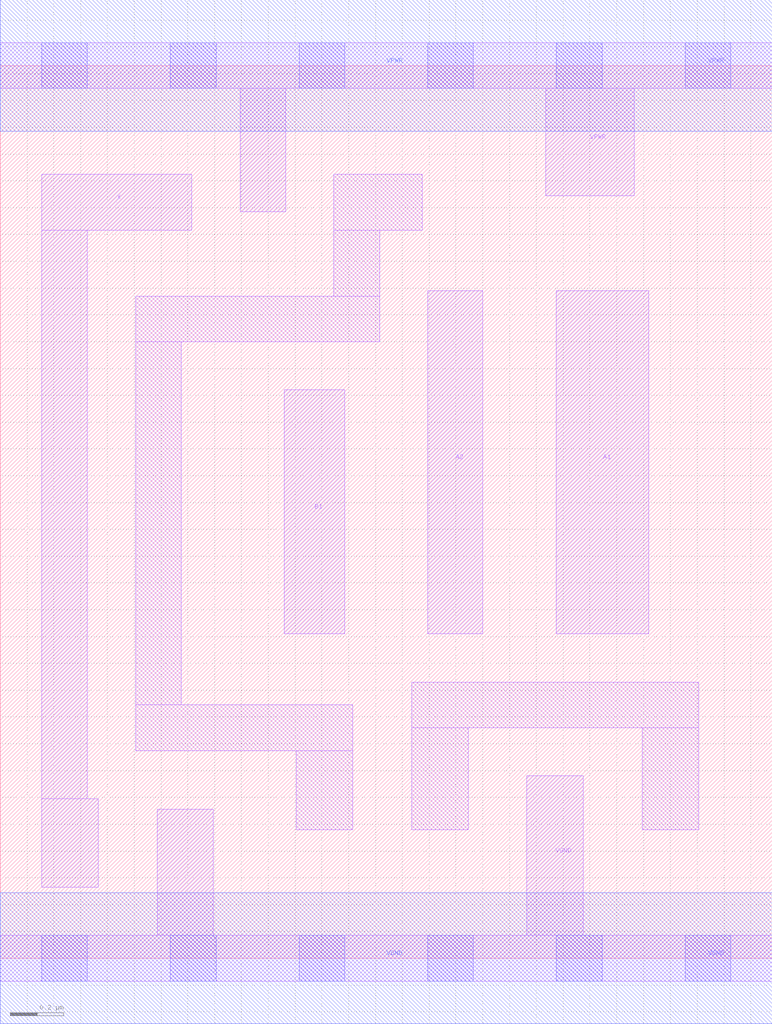
<source format=lef>
# Copyright 2020 The SkyWater PDK Authors
#
# Licensed under the Apache License, Version 2.0 (the "License");
# you may not use this file except in compliance with the License.
# You may obtain a copy of the License at
#
#     https://www.apache.org/licenses/LICENSE-2.0
#
# Unless required by applicable law or agreed to in writing, software
# distributed under the License is distributed on an "AS IS" BASIS,
# WITHOUT WARRANTIES OR CONDITIONS OF ANY KIND, either express or implied.
# See the License for the specific language governing permissions and
# limitations under the License.
#
# SPDX-License-Identifier: Apache-2.0

VERSION 5.7 ;
  NAMESCASESENSITIVE ON ;
  NOWIREEXTENSIONATPIN ON ;
  DIVIDERCHAR "/" ;
  BUSBITCHARS "[]" ;
UNITS
  DATABASE MICRONS 200 ;
END UNITS
MACRO sky130_fd_sc_lp__o21a_m
  CLASS CORE ;
  SOURCE USER ;
  FOREIGN sky130_fd_sc_lp__o21a_m ;
  ORIGIN  0.000000  0.000000 ;
  SIZE  2.880000 BY  3.330000 ;
  SYMMETRY X Y R90 ;
  SITE unit ;
  PIN A1
    ANTENNAGATEAREA  0.126000 ;
    DIRECTION INPUT ;
    USE SIGNAL ;
    PORT
      LAYER li1 ;
        RECT 2.075000 1.210000 2.420000 2.490000 ;
    END
  END A1
  PIN A2
    ANTENNAGATEAREA  0.126000 ;
    DIRECTION INPUT ;
    USE SIGNAL ;
    PORT
      LAYER li1 ;
        RECT 1.595000 1.210000 1.800000 2.490000 ;
    END
  END A2
  PIN B1
    ANTENNAGATEAREA  0.126000 ;
    DIRECTION INPUT ;
    USE SIGNAL ;
    PORT
      LAYER li1 ;
        RECT 1.060000 1.210000 1.285000 2.120000 ;
    END
  END B1
  PIN X
    ANTENNADIFFAREA  0.222600 ;
    DIRECTION OUTPUT ;
    USE SIGNAL ;
    PORT
      LAYER li1 ;
        RECT 0.155000 0.265000 0.365000 0.595000 ;
        RECT 0.155000 0.595000 0.325000 2.715000 ;
        RECT 0.155000 2.715000 0.715000 2.925000 ;
    END
  END X
  PIN VGND
    DIRECTION INOUT ;
    USE GROUND ;
    PORT
      LAYER li1 ;
        RECT 0.000000 -0.085000 2.880000 0.085000 ;
        RECT 0.585000  0.085000 0.795000 0.555000 ;
        RECT 1.965000  0.085000 2.175000 0.680000 ;
      LAYER mcon ;
        RECT 0.155000 -0.085000 0.325000 0.085000 ;
        RECT 0.635000 -0.085000 0.805000 0.085000 ;
        RECT 1.115000 -0.085000 1.285000 0.085000 ;
        RECT 1.595000 -0.085000 1.765000 0.085000 ;
        RECT 2.075000 -0.085000 2.245000 0.085000 ;
        RECT 2.555000 -0.085000 2.725000 0.085000 ;
      LAYER met1 ;
        RECT 0.000000 -0.245000 2.880000 0.245000 ;
    END
  END VGND
  PIN VPWR
    DIRECTION INOUT ;
    USE POWER ;
    PORT
      LAYER li1 ;
        RECT 0.000000 3.245000 2.880000 3.415000 ;
        RECT 0.895000 2.785000 1.065000 3.245000 ;
        RECT 2.035000 2.845000 2.365000 3.245000 ;
      LAYER mcon ;
        RECT 0.155000 3.245000 0.325000 3.415000 ;
        RECT 0.635000 3.245000 0.805000 3.415000 ;
        RECT 1.115000 3.245000 1.285000 3.415000 ;
        RECT 1.595000 3.245000 1.765000 3.415000 ;
        RECT 2.075000 3.245000 2.245000 3.415000 ;
        RECT 2.555000 3.245000 2.725000 3.415000 ;
      LAYER met1 ;
        RECT 0.000000 3.085000 2.880000 3.575000 ;
    END
  END VPWR
  OBS
    LAYER li1 ;
      RECT 0.505000 0.775000 1.315000 0.945000 ;
      RECT 0.505000 0.945000 0.675000 2.300000 ;
      RECT 0.505000 2.300000 1.415000 2.470000 ;
      RECT 1.105000 0.480000 1.315000 0.775000 ;
      RECT 1.245000 2.470000 1.415000 2.715000 ;
      RECT 1.245000 2.715000 1.575000 2.925000 ;
      RECT 1.535000 0.480000 1.745000 0.860000 ;
      RECT 1.535000 0.860000 2.605000 1.030000 ;
      RECT 2.395000 0.480000 2.605000 0.860000 ;
  END
END sky130_fd_sc_lp__o21a_m

</source>
